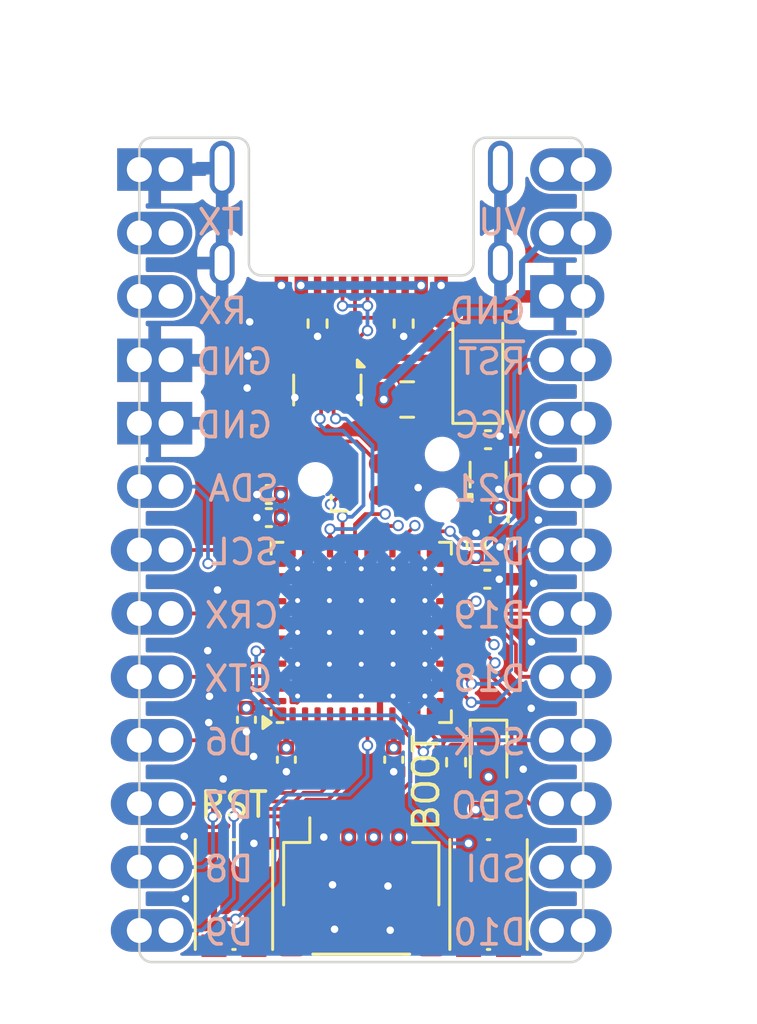
<source format=kicad_pcb>
(kicad_pcb (version 20241229) (generator "pcbnew") (generator_version "9.0")
  (layers (0 "F.Cu" signal) (4 "In1.Cu" signal) (6 "In2.Cu" signal) (8 "In3.Cu" signal) (10 "In4.Cu" signal) (12 "In5.Cu" signal) (14 "In6.Cu" signal) (2 "B.Cu" signal) (13 "F.Paste" user) (15 "B.Paste" user) (5 "F.SilkS" user "F.Silkscreen") (7 "B.SilkS" user "B.Silkscreen") (1 "F.Mask" user) (3 "B.Mask" user) (25 "Edge.Cuts" user))
  (net 0 "")
  (net 1 "GND")
  (net 2 "/USB_D+")
  (net 4 "/USB_D-")
  (net 6 "/D9")
  (net 7 "/D14{slash}MISO")
  (net 8 "/D18")
  (net 9 "/D19")
  (net 10 "/D1{slash}TX")
  (net 11 "/D16{slash}MOSI")
  (net 12 "/D15{slash}SCLK")
  (net 13 "/D10")
  (net 14 "/D0{slash}RX")
  (net 15 "/D6")
  (net 16 "/~{RST}")
  (net 17 "VBUS")
  (net 18 "/D8")
  (net 19 "/D3{slash}SCL")
  (net 20 "/D2{slash}SDA")
  (net 21 "/D7")
  (net 22 "/SWDIO")
  (net 23 "/SWCLK")
  (net 33 "Net-(J3-CC1)")
  (net 34 "Net-(J3-CC2)")
  (net 35 "Net-(D2-A)")
  (net 38 "/USB_DP")
  (net 39 "+3.3V")
  (net 40 "/BOOT0")
  (net 41 "Net-(D1-K)")
  (net 42 "/SCL_QWIIC")
  (net 43 "/SDA_QWIIC")
  (net 45 "Net-(U1-VCAP)")
  (net 46 "/LED")
  (net 47 "Net-(D2-K)")
  (net 48 "Net-(R4-Pad2)")
  (net 51 "/USB_DN")
  (net 53 "/D4{slash}CAN_RX")
  (net 55 "/D5{slash}CAN_TX")
  (net 56 "/D20")
  (net 57 "/D21")
  (footprint "Connector_JST:JST_SH_SM04B-SRSS-TB_1x04-1MP_P1.00mm_Horizontal" (layer "F.Cu") (at 148.5 118.5)
    (property "Reference" "J2" (hide yes))
    (property "Value" "Conn_01x04_MountingPin")
  )
  (footprint "Resistor_SMD:R_0402_1005Metric" (layer "F.Cu") (at 152.3 113.5 -90)
    (property "Reference" "R3" (hide yes))
    (property "Value" "220R")
  )
  (footprint "Capacitor_SMD:C_0402_1005Metric" (layer "F.Cu") (at 153.55 106.17)
    (property "Reference" "C7" (hide yes))
    (property "Value" "4.7uF")
  )
  (footprint "Resistor_SMD:R_0402_1005Metric" (layer "F.Cu") (at 146.75 95.93 -90)
    (property "Reference" "R2" (hide yes))
    (property "Value" "5.1kR")
  )
  (footprint "Fuse:Fuse_0805_2012Metric" (layer "F.Cu") (at 150.34 98.97 180)
    (property "Reference" "F1" (hide yes))
    (property "Value" "Polyfuse_Small")
  )
  (footprint "Capacitor_SMD:C_0402_1005Metric" (layer "F.Cu") (at 143.9 111.8 -90)
    (property "Reference" "C6" (hide yes))
    (property "Value" "100nF")
  )
  (footprint "ProMicro:USB_C_Receptacle_Jing_918-418K2024S40000" (layer "F.Cu") (at 148.50485 94.00375)
    (property "Reference" "J3" (hide yes))
    (property "Value" "USB_C_Receptacle_USB2.0_16P")
  )
  (footprint "Button_Switch_SMD:SW_Push_1P1T_NO_CK_KMR2" (layer "F.Cu") (at 153.6 118.8 90)
    (property "Reference" "SW1" (hide yes))
    (property "Value" "SW_Push")
  )
  (footprint "Capacitor_SMD:C_0402_1005Metric" (layer "F.Cu") (at 144.8 103.7 180)
    (property "Reference" "C5" (hide yes))
    (property "Value" "100nF")
  )
  (footprint "Capacitor_SMD:C_0402_1005Metric" (layer "F.Cu") (at 145.5 113.4 -90)
    (property "Reference" "C8" (hide yes))
    (property "Value" "100nF")
  )
  (footprint "Capacitor_SMD:C_0402_1005Metric" (layer "F.Cu") (at 144.8 102.775 180)
    (property "Reference" "C9" (hide yes))
    (property "Value" "10uF")
  )
  (footprint "ProMicro:Connector_Pro_Micro_Castellated" (layer "F.Cu") (at 148.5 105)
    (property "Reference" "J102" (hide yes))
    (property "Value" "Conn_02x13_Top_Bottom")
  )
  (footprint "Connector:Tag-Connect_TC2030-IDC-NL_2x03_P1.27mm_Vertical" (layer "F.Cu") (at 149.2 102.175)
    (property "Reference" "J1" (hide yes))
    (property "Value" "Conn_ARM_SWD_TagConnect_TC2030-NL")
  )
  (footprint "Capacitor_SMD:C_0402_1005Metric" (layer "F.Cu") (at 153.1 104.8 90)
    (property "Reference" "C4" (hide yes))
    (property "Value" "100nF")
  )
  (footprint "Package_DFN_QFN:QFN-48-1EP_7x7mm_P0.5mm_EP5.6x5.6mm_ThermalVias" (layer "F.Cu") (at 148.5 108.3 90)
    (property "Reference" "U1" (hide yes))
    (property "Value" "STM32U585CIUx")
  )
  (footprint "Button_Switch_SMD:SW_Push_1P1T_NO_CK_KMR2" (layer "F.Cu") (at 143.4 118.8 90)
    (property "Reference" "SW2" (hide yes))
    (property "Value" "SW_Push")
  )
  (footprint "Resistor_SMD:R_0402_1005Metric" (layer "F.Cu") (at 153.6 115.4)
    (property "Reference" "R4" (hide yes))
    (property "Value" "5.1kR")
  )
  (footprint "Package_DFN_QFN:OnSemi_XDFN4-1EP_1.0x1.0mm_EP0.52x0.52mm" (layer "F.Cu") (at 153.58 101.98 90)
    (property "Reference" "U2" (hide yes))
    (property "Value" "NCP115AMX250TCG")
  )
  (footprint "Capacitor_SMD:C_0402_1005Metric" (layer "F.Cu") (at 149.8 113.4 -90)
    (property "Reference" "C3" (hide yes))
    (property "Value" "100nF")
  )
  (footprint "hlord2000-Package_DFN_QFN:ST_UQFN-8L_1.2x2.5mm_P0.5mm" (layer "F.Cu") (at 147.1425 98.59 -90)
    (property "Reference" "U4" (hide yes))
    (property "Value" "ECMF02-4CMX8")
  )
  (footprint "Capacitor_SMD:C_0402_1005Metric" (layer "F.Cu") (at 154.03 103.77 -90)
    (property "Reference" "C2" (hide yes))
    (property "Value" "1uF")
  )
  (footprint "Resistor_SMD:R_0402_1005Metric" (layer "F.Cu") (at 150.2 95.93 -90)
    (property "Reference" "R1" (hide yes))
    (property "Value" "5.1kR")
  )
  (footprint "Capacitor_SMD:C_0402_1005Metric" (layer "F.Cu") (at 153.58 100.58)
    (property "Reference" "C1" (hide yes))
    (property "Value" "1uF")
  )
  (footprint "LED_SMD:LED_0603_1608Metric" (layer "F.Cu") (at 153.6 113.3 -90)
    (property "Reference" "D1" (hide yes))
    (property "Value" "LED_Small")
  )
  (footprint "Diode_SMD:D_SOD-123" (layer "F.Cu") (at 153.17 97.567501 90)
    (property "Reference" "D2" (hide yes))
    (property "Value" "D_Small")
  )
  (gr_arc (start 153 88.985) (mid 153.146447 88.631447) (end 153.5 88.485) (stroke (width 0.1)) (layer "Edge.Cuts"))
  (gr_arc (start 144.5 94) (mid 144.146447 93.853553) (end 144 93.5) (stroke (width 0.1)) (layer "Edge.Cuts"))
  (gr_arc (start 156.89 88.485) (mid 157.243553 88.631447) (end 157.39 88.985) (stroke (width 0.1)) (layer "Edge.Cuts"))
  (gr_arc (start 153 93.5) (mid 152.853553 93.853553) (end 152.5 94) (stroke (width 0.1)) (layer "Edge.Cuts"))
  (gr_arc (start 157.39 121.005) (mid 157.243553 121.358553) (end 156.89 121.505) (stroke (width 0.1)) (layer "Edge.Cuts"))
  (gr_arc (start 143.5 88.485) (mid 143.853553 88.631447) (end 144 88.985) (stroke (width 0.1)) (layer "Edge.Cuts"))
  (gr_line (start 144.5 94) (end 152.5 94) (stroke (width 0.1)) (layer "Edge.Cuts"))
  (gr_line (start 153.5 88.485) (end 156.89 88.485) (stroke (width 0.1)) (layer "Edge.Cuts"))
  (gr_line (start 144 88.985) (end 144 93.5) (stroke (width 0.1)) (layer "Edge.Cuts"))
  (gr_line (start 157.39 88.985) (end 157.39 121.005) (stroke (width 0.1)) (layer "Edge.Cuts"))
  (gr_arc (start 139.61 88.985) (mid 139.756447 88.631447) (end 140.11 88.485) (stroke (width 0.1)) (layer "Edge.Cuts"))
  (gr_arc (start 140.11 121.505) (mid 139.756447 121.358553) (end 139.61 121.005) (stroke (width 0.1)) (layer "Edge.Cuts"))
  (gr_line (start 139.61 88.985) (end 139.61 121.005) (stroke (width 0.1)) (layer "Edge.Cuts"))
  (gr_line (start 140.11 88.485) (end 143.5 88.485) (stroke (width 0.1)) (layer "Edge.Cuts"))
  (gr_line (start 156.89 121.505) (end 140.11 121.505) (stroke (width 0.1)) (layer "Edge.Cuts"))
  (gr_line (start 153 93.5) (end 153 88.985) (stroke (width 0.1)) (layer "Edge.Cuts"))
  (gr_text "RST" (at 143.4 115.2 0) (layer "F.SilkS") (effects (font (size 1 1))))
  (gr_text "BOOT" (at 151.1 114.3 90) (layer "F.SilkS") (effects (font (size 1 1))))
  (gr_text "D6" (at 144.272 113.284 0) (layer "B.SilkS") (effects (font (size 1 1)) (justify left bottom mirror)))
  (gr_text "SDA" (at 145.288 103.124 0) (layer "B.SilkS") (effects (font (size 1 1)) (justify left bottom mirror)))
  (gr_text "D7" (at 144.272 115.824 0) (layer "B.SilkS") (effects (font (size 1 1)) (justify left bottom mirror)))
  (gr_text "SCL" (at 145.288 105.664 0) (layer "B.SilkS") (effects (font (size 1 1)) (justify left bottom mirror)))
  (gr_text "GND" (at 145.034 100.584 0) (layer "B.SilkS") (effects (font (size 1 1)) (justify left bottom mirror)))
  (gr_text "D10" (at 155.194 120.904 0) (layer "B.SilkS") (effects (font (size 1 1)) (justify left bottom mirror)))
  (gr_text "CTX" (at 145.034 110.744 0) (layer "B.SilkS") (effects (font (size 1 1)) (justify left bottom mirror)))
  (gr_text "TX" (at 143.764 92.456 0) (layer "B.SilkS") (effects (font (size 1 1)) (justify left bottom mirror)))
  (gr_text "SDI" (at 155.194 118.364 0) (layer "B.SilkS") (effects (font (size 1 1)) (justify left bottom mirror)))
  (gr_text "CRX" (at 145.288 108.204 0) (layer "B.SilkS") (effects (font (size 1 1)) (justify left bottom mirror)))
  (gr_text "D18" (at 155.194 110.744 0) (layer "B.SilkS") (effects (font (size 1 1)) (justify left bottom mirror)))
  (gr_text "D8" (at 144.272 118.364 0) (layer "B.SilkS") (effects (font (size 1 1)) (justify left bottom mirror)))
  (gr_text "~{RST}" (at 155.194 98.044 0) (layer "B.SilkS") (effects (font (size 1 1)) (justify left bottom mirror)))
  (gr_text "D21" (at 155.194 103.124 0) (layer "B.SilkS") (effects (font (size 1 1)) (justify left bottom mirror)))
  (gr_text "D20" (at 155.194 105.664 0) (layer "B.SilkS") (effects (font (size 1 1)) (justify left bottom mirror)))
  (gr_text "GND" (at 155.194 96.012 0) (layer "B.SilkS") (effects (font (size 1 1)) (justify left bottom mirror)))
  (gr_text "D19" (at 155.194 108.204 0) (layer "B.SilkS") (effects (font (size 1 1)) (justify left bottom mirror)))
  (gr_text "SCK" (at 155.194 113.284 0) (layer "B.SilkS") (effects (font (size 1 1)) (justify left bottom mirror)))
  (gr_text "GND" (at 145.034 98.044 0) (layer "B.SilkS") (effects (font (size 1 1)) (justify left bottom mirror)))
  (gr_text "VCC" (at 155.194 100.584 0) (layer "B.SilkS") (effects (font (size 1 1)) (justify left bottom mirror)))
  (gr_text "SDO" (at 155.194 115.824 0) (layer "B.SilkS") (effects (font (size 1 1)) (justify left bottom mirror)))
  (gr_text "VU" (at 155.194 92.456 0) (layer "B.SilkS") (effects (font (size 1 1)) (justify left bottom mirror)))
  (gr_text "RX" (at 144.018 96.012 0) (layer "B.SilkS") (effects (font (size 1 1)) (justify left bottom mirror)))
  (gr_text "D9" (at 144.272 120.904 0) (layer "B.SilkS") (effects (font (size 1 1)) (justify left bottom mirror)))
  (segment (start 151.9375 106.05) (end 150.75 106.05) (width 0.25) (layer "F.Cu") (net 1))
  (segment (start 153.905 102.465) (end 154.01 102.57) (width 0.25) (layer "F.Cu") (net 1))
  (segment (start 147.9925 98.89) (end 148.43 98.89) (width 0.25) (layer "F.Cu") (net 1))
  (segment (start 150.47 102.810001) (end 150.78 102.5) (width 0.15) (layer "F.Cu") (net 1))
  (segment (start 153.58 101.98) (end 153.58 102.14) (width 0.25) (layer "F.Cu") (net 1))
  (segment (start 144.2 116.75) (end 144.2 120.85) (width 0.25) (layer "F.Cu") (net 1))
  (segment (start 145.0625 110.55) (end 146.25 110.55) (width 0.25) (layer "F.Cu") (net 1))
  (segment (start 146.25 106.05) (end 148.5 108.3) (width 0.25) (layer "F.Cu") (net 1))
  (segment (start 149.25 109.05) (end 148.5 108.3) (width 0.25) (layer "F.Cu") (net 1))
  (segment (start 146.25 110.55) (end 148.5 108.3) (width 0.25) (layer "F.Cu") (net 1))
  (segment (start 154.03 104.25) (end 154.03 104.850071) (width 0.25) (layer "F.Cu") (net 1))
  (segment (start 154.03 104.850071) (end 154.058001 104.878072) (width 0.25) (layer "F.Cu") (net 1))
  (segment (start 153.58 102.14) (end 154.01 102.57) (width 0.25) (layer "F.Cu") (net 1))
  (segment (start 149.25 111.7375) (end 149.25 109.05) (width 0.25) (layer "F.Cu") (net 1))
  (segment (start 146.2925 98.89) (end 145.84 98.89) (width 0.25) (layer "F.Cu") (net 1))
  (segment (start 150.75 106.05) (end 148.5 108.3) (width 0.25) (layer "F.Cu") (net 1))
  (segment (start 146.25 104.8625) (end 146.25 106.05) (width 0.25) (layer "F.Cu") (net 1))
  (via (at 147.35 118.41) (size 0.45) (drill 0.3) (layers "F.Cu" "B.Cu") (net 1))
  (via (at 144.2 116.75) (size 0.45) (drill 0.3) (layers "F.Cu" "B.Cu") (net 1))
  (via (at 148.43 98.89) (size 0.45) (drill 0.3) (layers "F.Cu" "B.Cu") (net 1))
  (via (at 155.41 106.33) (size 0.45) (drill 0.3) (layers "F.Cu" "B.Cu") (net 1))
  (via (at 147 116.5) (size 0.45) (drill 0.3) (layers "F.Cu" "B.Cu") (net 1))
  (via (at 155.32 108.68) (size 0.45) (drill 0.3) (layers "F.Cu" "B.Cu") (net 1))
  (via (at 142.35 109.03) (size 0.45) (drill 0.3) (layers "F.Cu" "B.Cu") (net 1))
  (via (at 143.96 97.23) (size 0.45) (drill 0.3) (layers "F.Cu" "B.Cu") (net 1))
  (via (at 145.29985 94.40375) (size 0.45) (drill 0.3) (layers "F.Cu" "B.Cu") (net 1))
  (via (at 150.78 102.5) (size 0.45) (drill 0.3) (layers "F.Cu" "B.Cu") (net 1))
  (via (at 141.41 116.47) (size 0.45) (drill 0.3) (layers "F.Cu" "B.Cu") (net 1))
  (via (at 154.99 113.78) (size 0.45) (drill 0.3) (layers "F.Cu" "B.Cu") (net 1))
  (via (at 142.97 114.17) (size 0.45) (drill 0.3) (layers "F.Cu" "B.Cu") (net 1))
  (via (at 146.75 96.440001) (size 0.45) (drill 0.3) (layers "F.Cu" "B.Cu") (net 1))
  (via (at 142.74 106.6) (size 0.45) (drill 0.3) (layers "F.Cu" "B.Cu") (net 1))
  (via (at 149.8 113.88) (size 0.45) (drill 0.3) (layers "F.Cu" "B.Cu") (net 1))
  (via (at 144.19 113.27) (size 0.45) (drill 0.3) (layers "F.Cu" "B.Cu") (net 1))
  (via (at 155.6 103.8) (size 0.45) (drill 0.3) (layers "F.Cu" "B.Cu") (net 1))
  (via (at 143.93 98.51) (size 0.45) (drill 0.3) (layers "F.Cu" "B.Cu") (net 1))
  (via (at 155.6 101.2) (size 0.45) (drill 0.3) (layers "F.Cu" "B.Cu") (net 1))
  (via (at 145.5 113.88) (size 0.45) (drill 0.3) (layers "F.Cu" "B.Cu") (net 1))
  (via (at 154.06 100.44) (size 0.45) (drill 0.3) (layers "F.Cu" "B.Cu") (net 1))
  (via (at 149.57 118.46) (size 0.45) (drill 0.3) (layers "F.Cu" "B.Cu") (net 1))
  (via (at 144.03 95.86) (size 0.45) (drill 0.3) (layers "F.Cu" "B.Cu") (net 1))
  (via (at 151.69985 94.40375) (size 0.45) (drill 0.3) (layers "F.Cu" "B.Cu") (net 1))
  (via (at 150.2 96.440001) (size 0.45) (drill 0.3) (layers "F.Cu" "B.Cu") (net 1))
  (via (at 155.31 111.34) (size 0.45) (drill 0.3) (layers "F.Cu" "B.Cu") (net 1))
  (via (at 144.32 103.7) (size 0.45) (drill 0.3) (layers "F.Cu" "B.Cu") (net 1))
  (via (at 144.32 102.775) (size 0.45) (drill 0.3) (layers "F.Cu" "B.Cu") (net 1))
  (via (at 154.03 106.17) (size 0.45) (drill 0.3) (layers "F.Cu" "B.Cu") (net 1))
  (via (at 149.66 120.23) (size 0.45) (drill 0.3) (layers "F.Cu" "B.Cu") (net 1))
  (via (at 147.43 120.19) (size 0.45) (drill 0.3) (layers "F.Cu" "B.Cu") (net 1))
  (via (at 154.01 102.57) (size 0.5) (drill 0.3) (layers "F.Cu" "B.Cu") (net 1))
  (via (at 141.46 118.97) (size 0.45) (drill 0.3) (layers "F.Cu" "B.Cu") (net 1))
  (via (at 145.84 98.89) (size 0.45) (drill 0.3) (layers "F.Cu" "B.Cu") (net 1))
  (via (at 142.39 111.91) (size 0.45) (drill 0.3) (layers "F.Cu" "B.Cu") (net 1))
  (via (at 153.1 104.32) (size 0.45) (drill 0.3) (layers "F.Cu" "B.Cu") (net 1))
  (via (at 142.42 110.86) (size 0.45) (drill 0.3) (layers "F.Cu" "B.Cu") (net 1))
  (via (at 154.058001 104.878072) (size 0.5) (drill 0.3) (layers "F.Cu" "B.Cu") (net 1))
  (via (at 143.9 112.28) (size 0.45) (drill 0.3) (layers "F.Cu" "B.Cu") (net 1))
  (segment (start 148.74985 95.21985) (end 148.75 95.22) (width 0.15) (layer "F.Cu") (net 2))
  (segment (start 147.5 97.41) (end 148.7 96.21) (width 0.15) (layer "F.Cu") (net 2))
  (segment (start 147.74985 95.21985) (end 147.75 95.22) (width 0.15) (layer "F.Cu") (net 2))
  (segment (start 148.7 96.21) (end 148.75 96.21) (width 0.15) (layer "F.Cu") (net 2))
  (segment (start 147.74985 94.40375) (end 147.74985 95.21985) (width 0.15) (layer "F.Cu") (net 2))
  (segment (start 148.74985 94.40375) (end 148.74985 95.21985) (width 0.15) (layer "F.Cu") (net 2))
  (segment (start 147.392498 97.517502) (end 147.5 97.41) (width 0.15) (layer "F.Cu") (net 2))
  (segment (start 147.392498 98.09) (end 147.392498 97.517502) (width 0.15) (layer "F.Cu") (net 2))
  (via (at 148.75 95.22) (size 0.45) (drill 0.3) (layers "F.Cu" "B.Cu") (net 2))
  (via (at 148.75 96.21) (size 0.45) (drill 0.3) (layers "F.Cu" "B.Cu") (net 2))
  (via (at 147.75 95.22) (size 0.45) (drill 0.3) (layers "F.Cu" "B.Cu") (net 2))
  (segment (start 148.75 96.21) (end 148.75 95.22) (width 0.15) (layer "B.Cu") (net 2))
  (segment (start 147.75 95.22) (end 148.75 95.22) (width 0.15) (layer "B.Cu") (net 2))
  (segment (start 149.24985 95.48015) (end 149.24985 94.40375) (width 0.15) (layer "F.Cu") (net 4))
  (segment (start 146.8925 97.3575) (end 146.8925 98.09) (width 0.15) (layer "F.Cu") (net 4))
  (segment (start 148.24985 95.48985) (end 148.24985 96.00015) (width 0.15) (layer "F.Cu") (net 4))
  (segment (start 148.24985 95.48985) (end 148.456 95.696) (width 0.15) (layer "F.Cu") (net 4))
  (segment (start 148.456 95.696) (end 149.034 95.696) (width 0.15) (layer "F.Cu") (net 4))
  (segment (start 148.24985 96.00015) (end 146.8925 97.3575) (width 0.15) (layer "F.Cu") (net 4))
  (segment (start 149.034 95.696) (end 149.24985 95.48015) (width 0.15) (layer "F.Cu") (net 4))
  (segment (start 148.24985 94.40375) (end 148.24985 95.48985) (width 0.15) (layer "F.Cu") (net 4))
  (segment (start 150.47 114.29) (end 149.41 115.35) (width 0.15) (layer "F.Cu") (net 6))
  (segment (start 150.25 111.7375) (end 150.25 112.29) (width 0.15) (layer "F.Cu") (net 6))
  (segment (start 150.47 112.51) (end 150.47 114.29) (width 0.15) (layer "F.Cu") (net 6))
  (segment (start 146.1 115.67) (end 143.4 115.67) (width 0.15) (layer "F.Cu") (net 6))
  (segment (start 146.42 115.35) (end 146.1 115.67) (width 0.15) (layer "F.Cu") (net 6))
  (segment (start 150.25 112.29) (end 150.47 112.51) (width 0.15) (layer "F.Cu") (net 6))
  (segment (start 149.41 115.35) (end 146.42 115.35) (width 0.15) (layer "F.Cu") (net 6))
  (via (at 143.4 115.67) (size 0.45) (drill 0.3) (layers "F.Cu" "B.Cu") (net 6))
  (segment (start 143.4 118.95) (end 142.11 120.24) (width 0.15) (layer "B.Cu") (net 6))
  (segment (start 143.4 115.67) (end 143.4 118.95) (width 0.15) (layer "B.Cu") (net 6))
  (segment (start 142.11 120.24) (end 140.88 120.24) (width 0.15) (layer "B.Cu") (net 6))
  (segment (start 151.9375 109.55) (end 153.21 109.55) (width 0.15) (layer "F.Cu") (net 7))
  (segment (start 154.52 114.44) (end 155.24 115.16) (width 0.15) (layer "F.Cu") (net 7))
  (segment (start 154.52 110.86) (end 154.52 114.44) (width 0.15) (layer "F.Cu") (net 7))
  (segment (start 155.24 115.16) (end 156.12 115.16) (width 0.15) (layer "F.Cu") (net 7))
  (segment (start 153.21 109.55) (end 154.52 110.86) (width 0.15) (layer "F.Cu") (net 7))
  (segment (start 151.9375 108.05) (end 153.96 108.05) (width 0.15) (layer "F.Cu") (net 8))
  (segment (start 154.7 108.79) (end 154.7 109.86) (width 0.15) (layer "F.Cu") (net 8))
  (segment (start 154.7 109.86) (end 154.92 110.08) (width 0.15) (layer "F.Cu") (net 8))
  (segment (start 154.92 110.08) (end 156.12 110.08) (width 0.15) (layer "F.Cu") (net 8))
  (segment (start 153.96 108.05) (end 154.7 108.79) (width 0.15) (layer "F.Cu") (net 8))
  (segment (start 151.9375 107.55) (end 156.11 107.55) (width 0.15) (layer "F.Cu") (net 9))
  (segment (start 156.11 107.55) (end 156.12 107.54) (width 0.15) (layer "F.Cu") (net 9))
  (segment (start 149.96 104.04) (end 148.95 104.04) (width 0.15) (layer "F.Cu") (net 10))
  (segment (start 148.75 104.24) (end 148.75 104.8625) (width 0.15) (layer "F.Cu") (net 10))
  (segment (start 148.95 104.04) (end 148.75 104.24) (width 0.15) (layer "F.Cu") (net 10))
  (segment (start 149.98 104.02) (end 149.96 104.04) (width 0.15) (layer "F.Cu") (net 10))
  (via (at 149.98 104.02) (size 0.45) (drill 0.3) (layers "F.Cu" "B.Cu") (net 10))
  (segment (start 151.9375 109.05) (end 153.39 109.05) (width 0.15) (layer "F.Cu") (net 11))
  (segment (start 153.39 109.05) (end 153.86 109.52) (width 0.15) (layer "F.Cu") (net 11))
  (via (at 153.86 109.52) (size 0.45) (drill 0.3) (layers "F.Cu" "B.Cu") (net 11))
  (segment (start 150.75 112.84) (end 150.99 113.08) (width 0.15) (layer "F.Cu") (net 12))
  (segment (start 150.75 111.7375) (end 150.75 112.84) (width 0.15) (layer "F.Cu") (net 12))
  (via (at 150.99 113.08) (size 0.45) (drill 0.3) (layers "F.Cu" "B.Cu") (net 12))
  (segment (start 150.99 113.08) (end 151.45 112.62) (width 0.15) (layer "B.Cu") (net 12))
  (segment (start 151.45 112.62) (end 156.12 112.62) (width 0.15) (layer "B.Cu") (net 12))
  (segment (start 153.58 108.55) (end 153.82 108.79) (width 0.15) (layer "F.Cu") (net 13))
  (segment (start 151.9375 108.55) (end 153.58 108.55) (width 0.15) (layer "F.Cu") (net 13))
  (via (at 153.82 108.79) (size 0.45) (drill 0.3) (layers "F.Cu" "B.Cu") (net 13))
  (segment (start 148.25 104.8625) (end 148.25 103.97) (width 0.15) (layer "F.Cu") (net 14))
  (segment (start 148.25 103.97) (end 148.4 103.82) (width 0.15) (layer "F.Cu") (net 14))
  (segment (start 148.66 103.56) (end 149.46 103.56) (width 0.15) (layer "F.Cu") (net 14))
  (segment (start 148.4 103.82) (end 148.66 103.56) (width 0.15) (layer "F.Cu") (net 14))
  (via (at 149.46 103.56) (size 0.45) (drill 0.3) (layers "F.Cu" "B.Cu") (net 14))
  (segment (start 142.5 112.62) (end 144.61 114.73) (width 0.15) (layer "F.Cu") (net 15))
  (segment (start 144.61 114.73) (end 145.71 114.73) (width 0.15) (layer "F.Cu") (net 15))
  (segment (start 145.71 114.73) (end 146.05 114.39) (width 0.15) (layer "F.Cu") (net 15))
  (segment (start 147.25 113.8) (end 147.25 111.7375) (width 0.15) (layer "F.Cu") (net 15))
  (segment (start 146.66 114.39) (end 147.25 113.8) (width 0.15) (layer "F.Cu") (net 15))
  (segment (start 140.88 112.62) (end 142.5 112.62) (width 0.15) (layer "F.Cu") (net 15))
  (segment (start 146.05 114.39) (end 146.66 114.39) (width 0.15) (layer "F.Cu") (net 15))
  (segment (start 142.6 119.62) (end 142.6 119.79) (width 0.25) (layer "F.Cu") (net 16))
  (segment (start 142.6 119.79) (end 142.6 119.9) (width 0.25) (layer "F.Cu") (net 16))
  (segment (start 142.78 119.79) (end 142.77 119.79) (width 0.15) (layer "F.Cu") (net 16))
  (segment (start 151.58 104.25) (end 152.06 104.25) (width 0.15) (layer "F.Cu") (net 16))
  (segment (start 150.46 103.53) (end 150.86 103.53) (width 0.15) (layer "F.Cu") (net 16))
  (segment (start 142.78 119.79) (end 142.6 119.79) (width 0.15) (layer "F.Cu") (net 16))
  (segment (start 151.31 103.98) (end 151.58 104.25) (width 0.15) (layer "F.Cu") (net 16))
  (segment (start 142.67 119.9) (end 142.78 119.79) (width 0.15) (layer "F.Cu") (net 16))
  (segment (start 149.916583 103.343417) (end 150.103166 103.53) (width 0.15) (layer "F.Cu") (net 16))
  (segment (start 150.103166 103.53) (end 150.46 103.53) (width 0.15) (layer "F.Cu") (net 16))
  (segment (start 149.383166 102.81) (end 149.916583 103.343417) (width 0.15) (layer "F.Cu") (net 16))
  (segment (start 150.86 103.53) (end 151.31 103.98) (width 0.15) (layer "F.Cu") (net 16))
  (segment (start 143.47 119.79) (end 142.78 119.79) (width 0.15) (layer "F.Cu") (net 16))
  (segment (start 142.6 119.9) (end 142.67 119.9) (width 0.15) (layer "F.Cu") (net 16))
  (segment (start 149.2 102.81) (end 149.383166 102.81) (width 0.15) (layer "F.Cu") (net 16))
  (segment (start 142.6 119.9) (end 142.6 120.85) (width 0.25) (layer "F.Cu") (net 16))
  (segment (start 148.75 111.7375) (end 148.75 112.83) (width 0.15) (layer "F.Cu") (net 16))
  (segment (start 142.6 116.75) (end 142.6 119.62) (width 0.25) (layer "F.Cu") (net 16))
  (segment (start 142.77 119.79) (end 142.6 119.62) (width 0.15) (layer "F.Cu") (net 16))
  (via (at 148.75 112.83) (size 0.45) (drill 0.3) (layers "F.Cu" "B.Cu") (net 16))
  (via (at 143.47 119.79) (size 0.45) (drill 0.3) (layers "F.Cu" "B.Cu") (net 16))
  (via (at 152.06 104.25) (size 0.45) (drill 0.3) (layers "F.Cu" "B.Cu") (net 16))
  (segment (start 152.06 104.25) (end 152.606 104.796) (width 0.15) (layer "B.Cu") (net 16))
  (segment (start 154.63 103.666848) (end 154.63 97.92) (width 0.15) (layer "B.Cu") (net 16))
  (segment (start 145.53 114.8) (end 145.08 115.25) (width 0.15) (layer "B.Cu") (net 16))
  (segment (start 145.08 115.25) (end 145.02 115.31) (width 0.15) (layer "B.Cu") (net 16))
  (segment (start 152.606 104.796) (end 153.500848 104.796) (width 0.15) (layer "B.Cu") (net 16))
  (segment (start 145.02 115.31) (end 145.02 118.03) (width 0.15) (layer "B.Cu") (net 16))
  (segment (start 148.75 114.07) (end 148.17 114.65) (width 0.15) (layer "B.Cu") (net 16))
  (segment (start 148.02 114.8) (end 146.12 114.8) (width 0.15) (layer "B.Cu") (net 16))
  (segment (start 145.02 118.24) (end 143.47 119.79) (width 0.15) (layer "B.Cu") (net 16))
  (segment (start 146.12 114.8) (end 145.53 114.8) (width 0.15) (layer "B.Cu") (net 16))
  (segment (start 148.17 114.65) (end 148.02 114.8) (width 0.15) (layer "B.Cu") (net 16))
  (segment (start 148.75 112.83) (end 148.75 114.07) (width 0.15) (layer "B.Cu") (net 16))
  (segment (start 155.17 97.38) (end 156.12 97.38) (width 0.15) (layer "B.Cu") (net 16))
  (segment (start 154.63 97.92) (end 155.17 97.38) (width 0.15) (layer "B.Cu") (net 16))
  (segment (start 145.02 118.03) (end 145.02 118.24) (width 0.15) (layer "B.Cu") (net 16))
  (segment (start 153.500848 104.796) (end 154.63 103.666848) (width 0.15) (layer "B.Cu") (net 16))
  (segment (start 152.96 100.58) (end 153.1 100.44) (width 0.35) (layer "F.Cu") (net 17))
  (segment (start 153.1 101.2) (end 153.245635 101.345635) (width 0.25) (layer "F.Cu") (net 17))
  (segment (start 149.402499 99.882499) (end 149.6 100.08) (width 0.35) (layer "F.Cu") (net 17))
  (segment (start 149.6 100.08) (end 152.1 100.08) (width 0.35) (layer "F.Cu") (net 17))
  (segment (start 153.1 101.1) (end 153.73 101.1) (width 0.15) (layer "F.Cu") (net 17))
  (segment (start 152.6 100.58) (end 152.96 100.58) (width 0.35) (layer "F.Cu") (net 17))
  (segment (start 153.73 101.1) (end 153.905 101.275) (width 0.15) (layer "F.Cu") (net 17))
  (segment (start 153.1 101.1) (end 153.1 101.2) (width 0.25) (layer "F.Cu") (net 17))
  (segment (start 153.905 101.275) (end 153.905 101.495) (width 0.15) (layer "F.Cu") (net 17))
  (segment (start 149.402499 98.97) (end 149.402499 99.882499) (width 0.35) (layer "F.Cu") (net 17))
  (segment (start 153.1 100.86) (end 153.1 100.98) (width 0.25) (layer "F.Cu") (net 17))
  (segment (start 153.1 100.44) (end 153.1 100.86) (width 0.25) (layer "F.Cu") (net 17))
  (segment (start 152.1 100.08) (end 152.6 100.58) (width 0.35) (layer "F.Cu") (net 17))
  (segment (start 153.1 100.98) (end 153.1 101.1) (width 0.25) (layer "F.Cu") (net 17))
  (via (at 149.402499 98.97) (size 0.45) (drill 0.3) (layers "F.Cu" "B.Cu") (net 17))
  (segment (start 149.402499 98.97) (end 149.402499 98.517501) (width 0.35) (layer "B.Cu") (net 17))
  (segment (start 154.19 95.45) (end 154.944 94.696) (width 0.25) (layer "B.Cu") (net 17))
  (segment (start 152.47 95.45) (end 154.19 95.45) (width 0.35) (layer "B.Cu") (net 17))
  (segment (start 154.944 94.696) (end 154.944 93.476) (width 0.25) (layer "B.Cu") (net 17))
  (segment (start 149.402499 98.517501) (end 152.47 95.45) (width 0.35) (layer "B.Cu") (net 17))
  (segment (start 154.944 93.476) (end 156.12 92.3) (width 0.25) (layer "B.Cu") (net 17))
  (segment (start 143.597166 115.194) (end 143.773166 115.37) (width 0.15) (layer "F.Cu") (net 18))
  (segment (start 142.726 115.194) (end 143.597166 115.194) (width 0.15) (layer "F.Cu") (net 18))
  (segment (start 146.3 115) (end 147.18 115) (width 0.15) (layer "F.Cu") (net 18))
  (segment (start 142.56 115.69) (end 142.56 115.36) (width 0.15) (layer "F.Cu") (net 18))
  (segment (start 142.56 115.36) (end 142.726 115.194) (width 0.15) (layer "F.Cu") (net 18))
  (segment (start 147.18 115) (end 148.25 113.93) (width 0.15) (layer "F.Cu") (net 18))
  (segment (start 143.773166 115.37) (end 145.93 115.37) (width 0.15) (layer "F.Cu") (net 18))
  (segment (start 148.25 113.93) (end 148.25 111.7375) (width 0.15) (layer "F.Cu") (net 18))
  (segment (start 145.93 115.37) (end 146.3 115) (width 0.15) (layer "F.Cu") (net 18))
  (via (at 142.56 115.69) (size 0.45) (drill 0.3) (layers "F.Cu" "B.Cu") (net 18))
  (segment (start 142.16 117.7) (end 142.56 117.3) (width 0.15) (layer "B.Cu") (net 18))
  (segment (start 140.88 117.7) (end 142.16 117.7) (width 0.15) (layer "B.Cu") (net 18))
  (segment (start 142.56 117.3) (end 142.56 115.69) (width 0.15) (layer "B.Cu") (net 18))
  (segment (start 144.04 106.14) (end 142.9 105) (width 0.15) (layer "F.Cu") (net 19))
  (segment (start 142.9 105) (end 140.88 105) (width 0.15) (layer "F.Cu") (net 19))
  (segment (start 144.04 107.73) (end 144.04 106.14) (width 0.15) (layer "F.Cu") (net 19))
  (segment (start 145.0625 108.05) (end 144.36 108.05) (width 0.15) (layer "F.Cu") (net 19))
  (segment (start 144.36 108.05) (end 144.04 107.73) (width 0.15) (layer "F.Cu") (net 19))
  (segment (start 145.0625 108.55) (end 144.25 108.55) (width 0.15) (layer "F.Cu") (net 20))
  (segment (start 143.68 107.15) (end 143.68 106.35) (width 0.15) (layer "F.Cu") (net 20))
  (segment (start 143.82 108.12) (end 143.68 107.98) (width 0.15) (layer "F.Cu") (net 20))
  (segment (start 143.68 107.98) (end 143.68 107.15) (width 0.15) (layer "F.Cu") (net 20))
  (segment (start 143.68 106.35) (end 143.04 105.71) (width 0.15) (layer "F.Cu") (net 20))
  (segment (start 142.87 105.54) (end 142.36 105.54) (width 0.15) (layer "F.Cu") (net 20))
  (segment (start 143.04 105.71) (end 142.87 105.54) (width 0.15) (layer "F.Cu") (net 20))
  (segment (start 144.25 108.55) (end 143.82 108.12) (width 0.15) (layer "F.Cu") (net 20))
  (via (at 142.36 105.54) (size 0.45) (drill 0.3) (layers "F.Cu" "B.Cu") (net 20))
  (segment (start 142.36 105.54) (end 142.36 102.95) (width 0.15) (layer "B.Cu") (net 20))
  (segment (start 141.87 102.46) (end 140.88 102.46) (width 0.15) (layer "B.Cu") (net 20))
  (segment (start 142.36 102.95) (end 141.87 102.46) (width 0.15) (layer "B.Cu") (net 20))
  (segment (start 146.184848 114.722) (end 145.836848 115.07) (width 0.15) (layer "F.Cu") (net 21))
  (segment (start 146.868 114.722) (end 146.184848 114.722) (width 0.15) (layer "F.Cu") (net 21))
  (segment (start 141.98 115.16) (end 140.88 115.16) (width 0.15) (layer "F.Cu") (net 21))
  (segment (start 145.836848 115.07) (end 143.866318 115.07) (width 0.15) (layer "F.Cu") (net 21))
  (segment (start 147.75 113.84) (end 146.868 114.722) (width 0.15) (layer "F.Cu") (net 21))
  (segment (start 143.712317 114.916) (end 142.224 114.916) (width 0.15) (layer "F.Cu") (net 21))
  (segment (start 143.866318 115.07) (end 143.712317 114.916) (width 0.15) (layer "F.Cu") (net 21))
  (segment (start 147.75 111.7375) (end 147.75 113.84) (width 0.15) (layer "F.Cu") (net 21))
  (segment (start 142.224 114.916) (end 141.98 115.16) (width 0.15) (layer "F.Cu") (net 21))
  (segment (start 147.93 101.539999) (end 147.420001 101.03) (width 0.15) (layer "F.Cu") (net 22))
  (segment (start 146.33 101.03) (end 145.76 101.6) (width 0.15) (layer "F.Cu") (net 22))
  (segment (start 145.76 101.6) (end 145.76 102.44) (width 0.15) (layer "F.Cu") (net 22))
  (segment (start 146.75 103.43) (end 146.75 104.8625) (width 0.15) (layer "F.Cu") (net 22))
  (segment (start 145.76 102.44) (end 146.75 103.43) (width 0.15) (layer "F.Cu") (net 22))
  (segment (start 147.420001 101.03) (end 146.33 101.03) (width 0.15) (layer "F.Cu") (net 22))
  (segment (start 149.2 101.54) (end 148.31 100.65) (width 0.15) (layer "F.Cu") (net 23))
  (segment (start 148.31 100.65) (end 144.99 100.65) (width 0.15) (layer "F.Cu") (net 23))
  (segment (start 143.61 102.03) (end 143.61 104.96) (width 0.15) (layer "F.Cu") (net 23))
  (segment (start 143.61 104.96) (end 144.2 105.55) (width 0.15) (layer "F.Cu") (net 23))
  (segment (start 144.99 100.65) (end 143.61 102.03) (width 0.15) (layer "F.Cu") (net 23))
  (segment (start 144.2 105.55) (end 145.0625 105.55) (width 0.15) (layer "F.Cu") (net 23))
  (segment (start 149.63 95.37) (end 149.679999 95.419999) (width 0.15) (layer "F.Cu") (net 33))
  (segment (start 149.74985 95.00015) (end 149.63 95.12) (width 0.15) (layer "F.Cu") (net 33))
  (segment (start 149.679999 95.419999) (end 150.2 95.419999) (width 0.15) (layer "F.Cu") (net 33))
  (segment (start 149.63 95.12) (end 149.63 95.37) (width 0.15) (layer "F.Cu") (net 33))
  (segment (start 149.74985 94.40375) (end 149.74985 95.00015) (width 0.15) (layer "F.Cu") (net 33))
  (segment (start 146.74985 94.40375) (end 146.74985 95.039849) (width 0.25) (layer "F.Cu") (net 34))
  (segment (start 146.75 95.039999) (end 146.75 95.419999) (width 0.25) (layer "F.Cu") (net 34))
  (segment (start 146.74985 95.039849) (end 146.75 95.039999) (width 0.25) (layer "F.Cu") (net 34))
  (segment (start 146.09985 94.40375) (end 146.08375 94.40375) (width 0.35) (layer "F.Cu") (net 35))
  (segment (start 150.89985 95.23985) (end 150.89985 94.40375) (width 0.35) (layer "F.Cu") (net 35))
  (segment (start 148.28 97.3) (end 152.75 97.3) (width 0.25) (layer "F.Cu") (net 35))
  (segment (start 146.08375 94.40375) (end 146.08 94.4) (width 0.35) (layer "F.Cu") (net 35))
  (segment (start 147.8925 98.09) (end 147.8925 97.6875) (width 0.25) (layer "F.Cu") (net 35))
  (segment (start 152.75 97.3) (end 153.17 96.88) (width 0.25) (layer "F.Cu") (net 35))
  (segment (start 153.17 96.88) (end 153.17 95.917501) (width 0.25) (layer "F.Cu") (net 35))
  (segment (start 151.577501 95.917501) (end 150.89985 95.23985) (width 0.35) (layer "F.Cu") (net 35))
  (segment (start 147.8925 97.6875) (end 148.28 97.3) (width 0.25) (layer "F.Cu") (net 35))
  (segment (start 153.17 95.917501) (end 151.577501 95.917501) (width 0.35) (layer "F.Cu") (net 35))
  (via (at 146.08 94.4) (size 0.45) (drill 0.3) (layers "F.Cu" "B.Cu") (net 35))
  (via (at 150.89985 94.40375) (size 0.45) (drill 0.3) (layers "F.Cu" "B.Cu") (net 35))
  (segment (start 146.08375 94.40375) (end 150.89985 94.40375) (width 0.35) (layer "B.Cu") (net 35))
  (segment (start 146.08 94.4) (end 146.08375 94.40375) (width 0.35) (layer "B.Cu") (net 35))
  (segment (start 147.3925 99.09) (end 147.3925 99.657497) (width 0.15) (layer "F.Cu") (net 38))
  (segment (start 147.3925 99.657497) (end 147.475003 99.74) (width 0.15) (layer "F.Cu") (net 38))
  (segment (start 147.25 104.16) (end 147.25 104.8625) (width 0.15) (layer "F.Cu") (net 38))
  (via (at 147.475003 99.74) (size 0.45) (drill 0.3) (layers "F.Cu" "B.Cu") (net 38))
  (via (at 147.25 104.16) (size 0.45) (drill 0.3) (layers "F.Cu" "B.Cu") (net 38))
  (segment (start 148.26 104.16) (end 148.95 103.47) (width 0.15) (layer "B.Cu") (net 38))
  (segment (start 148.95 103.47) (end 148.95 100.81) (width 0.15) (layer "B.Cu") (net 38))
  (segment (start 147.88 99.74) (end 147.475003 99.74) (width 0.15) (layer "B.Cu") (net 38))
  (segment (start 147.25 104.16) (end 148.26 104.16) (width 0.15) (layer "B.Cu") (net 38))
  (segment (start 148.95 100.81) (end 147.88 99.74) (width 0.15) (layer "B.Cu") (net 38))
  (segment (start 147.929998 102.810001) (end 147.629999 102.810001) (width 0.15) (layer "F.Cu") (net 39))
  (segment (start 149.8 112.92) (end 149.8 112.46) (width 0.25) (layer "F.Cu") (net 39))
  (segment (start 152.43 105.55) (end 152.7 105.28) (width 0.25) (layer "F.Cu") (net 39))
  (segment (start 143.9 111.32) (end 144.28 111.32) (width 0.25) (layer "F.Cu") (net 39))
  (segment (start 145.28 104.08) (end 145.44 104.24) (width 0.25) (layer "F.Cu") (net 39))
  (segment (start 149.75 112.41) (end 149.75 111.7375) (width 0.25) (layer "F.Cu") (net 39))
  (segment (start 145.75 112.27) (end 145.5 112.52) (width 0.25) (layer "F.Cu") (net 39))
  (segment (start 153.255 103.085) (end 153.255 102.465) (width 0.25) (layer "F.Cu") (net 39))
  (segment (start 154.03 103.29) (end 153.46 103.29) (width 0.25) (layer "F.Cu") (net 39))
  (segment (start 149.8 112.46) (end 149.75 112.41) (width 0.25) (layer "F.Cu") (net 39))
  (segment (start 152.7 105.28) (end 153.1 105.28) (width 0.25) (layer "F.Cu") (net 39))
  (segment (start 145.28 103.7) (end 145.28 104.08) (width 0.25) (layer "F.Cu") (net 39))
  (segment (start 147.629999 102.810001) (end 147.27 103.17) (width 0.15) (layer "F.Cu") (net 39))
  (segment (start 145.44 104.24) (end 145.64 104.24) (width 0.25) (layer "F.Cu") (net 39))
  (segment (start 144.28 111.32) (end 144.55 111.05) (width 0.25) (layer "F.Cu") (net 39))
  (segment (start 145.75 104.35) (end 145.75 104.8625) (width 0.25) (layer "F.Cu") (net 39))
  (segment (start 145.75 111.7375) (end 145.75 112.27) (width 0.25) (layer "F.Cu") (net 39))
  (segment (start 151.9375 105.55) (end 152.43 105.55) (width 0.25) (layer "F.Cu") (net 39))
  (segment (start 145.64 104.24) (end 145.75 104.35) (width 0.25) (layer "F.Cu") (net 39))
  (segment (start 145.5 112.52) (end 145.5 112.92) (width 0.25) (layer "F.Cu") (net 39))
  (segment (start 153.46 103.29) (end 153.255 103.085) (width 0.25) (layer "F.Cu") (net 39))
  (segment (start 144.55 111.05) (end 145.0625 111.05) (width 0.25) (layer "F.Cu") (net 39))
  (segment (start 145.28 102.775) (end 145.28 103.7) (width 0.25) (layer "F.Cu") (net 39))
  (via (at 153.1 105.28) (size 0.45) (drill 0.3) (layers "F.Cu" "B.Cu") (net 39))
  (via (at 153.09 115.4) (size 0.45) (drill 0.3) (layers "F.Cu" "B.Cu") (net 39))
  (via (at 145.28 103.7) (size 0.45) (drill 0.3) (layers "F.Cu" "B.Cu") (net 39))
  (via (at 149.8 112.92) (size 0.45) (drill 0.3) (layers "F.Cu" "B.Cu") (net 39))
  (via (at 148 116.5) (size 0.45) (drill 0.3) (layers "F.Cu" "B.Cu") (net 39))
  (via (at 147.27 103.17) (size 0.45) (drill 0.3) (layers "F.Cu" "B.Cu") (net 39))
  (via (at 154.03 103.29) (size 0.5) (drill 0.3) (layers "F.Cu" "B.Cu") (net 39))
  (via (at 143.9 111.32) (size 0.45) (drill 0.3) (layers "F.Cu" "B.Cu") (net 39))
  (via (at 153.599998 114.087502) (size 0.45) (drill 0.3) (layers "F.Cu" "B.Cu") (net 39))
  (via (at 145.5 112.92) (size 0.45) (drill 0.3) (layers "F.Cu" "B.Cu") (net 39))
  (via (at 145.28 102.775) (size 0.45) (drill 0.3) (layers "F.Cu" "B.Cu") (net 39))
  (segment (start 145.0625 109.05) (end 144.29 109.05) (width 0.15) (layer "F.Cu") (net 40))
  (segment (start 152.8 116.75) (end 152.8 120.85) (width 0.25) (layer "F.Cu") (net 40))
  (via (at 144.29 109.05) (size 0.45) (drill 0.3) (layers "F.Cu" "B.Cu") (net 40))
  (via (at 152.8 116.75) (size 0.45) (drill 0.3) (layers "F.Cu" "B.Cu") (net 40))
  (segment (start 144.29 109.05) (end 144.29 110.63) (width 0.15) (layer "B.Cu") (net 40))
  (segment (start 149.86 111.62) (end 150.45 112.21) (width 0.15) (layer "B.Cu") (net 40))
  (segment (start 150.45 115.24) (end 151.96 116.75) (width 0.15) (layer "B.Cu") (net 40))
  (segment (start 145.28 111.62) (end 149.86 111.62) (width 0.15) (layer "B.Cu") (net 40))
  (segment (start 151.96 116.75) (end 152.8 116.75) (width 0.15) (layer "B.Cu") (net 40))
  (segment (start 150.45 112.21) (end 150.45 115.24) (width 0.15) (layer "B.Cu") (net 40))
  (segment (start 144.29 110.63) (end 145.28 111.62) (width 0.15) (layer "B.Cu") (net 40))
  (segment (start 152.730001 112.989999) (end 152.84 112.88) (width 0.35) (layer "F.Cu") (net 41))
  (segment (start 152.84 112.62) (end 152.947502 112.512498) (width 0.35) (layer "F.Cu") (net 41))
  (segment (start 152.3 112.989999) (end 152.730001 112.989999) (width 0.35) (layer "F.Cu") (net 41))
  (segment (start 152.947502 112.512498) (end 153.600002 112.512498) (width 0.35) (layer "F.Cu") (net 41))
  (segment (start 152.84 112.88) (end 152.84 112.62) (width 0.35) (layer "F.Cu") (net 41))
  (segment (start 153.1 107.05) (end 151.9375 107.05) (width 0.15) (layer "F.Cu") (net 42))
  (via (at 150 116.5) (size 0.45) (drill 0.3) (layers "F.Cu" "B.Cu") (net 42))
  (via (at 153.1 107.05) (size 0.45) (drill 0.3) (layers "F.Cu" "B.Cu") (net 42))
  (segment (start 149 116.5) (end 149 116.49) (width 0.15) (layer "F.Cu") (net 43))
  (segment (start 150.25 104.8625) (end 150.25 104.423166) (width 0.15) (layer "F.Cu") (net 43))
  (segment (start 150.25 104.423166) (end 150.65 104.023166) (width 0.15) (layer "F.Cu") (net 43))
  (segment (start 150.65 104.023166) (end 150.65 104.02) (width 0.15) (layer "F.Cu") (net 43))
  (via (at 149 116.5) (size 0.45) (drill 0.3) (layers "F.Cu" "B.Cu") (net 43))
  (via (at 150.65 104.02) (size 0.45) (drill 0.3) (layers "F.Cu" "B.Cu") (net 43))
  (segment (start 152.34 106.55) (end 151.9375 106.55) (width 0.25) (layer "F.Cu") (net 45))
  (segment (start 152.72 106.17) (end 152.34 106.55) (width 0.25) (layer "F.Cu") (net 45))
  (segment (start 153.07 106.17) (end 152.72 106.17) (width 0.25) (layer "F.Cu") (net 45))
  (segment (start 151.25 111.7375) (end 151.25 112.33) (width 0.15) (layer "F.Cu") (net 46))
  (segment (start 151.25 112.33) (end 151.51 112.59) (width 0.15) (layer "F.Cu") (net 46))
  (segment (start 151.51 112.59) (end 151.51 113.63) (width 0.15) (layer "F.Cu") (net 46))
  (segment (start 151.51 113.63) (end 151.890001 114.010001) (width 0.15) (layer "F.Cu") (net 46))
  (segment (start 151.890001 114.010001) (end 152.3 114.010001) (width 0.15) (layer "F.Cu") (net 46))
  (segment (start 152.197501 99.217501) (end 153.17 99.217501) (width 0.35) (layer "F.Cu") (net 47))
  (segment (start 151.95 98.97) (end 152.197501 99.217501) (width 0.35) (layer "F.Cu") (net 47))
  (segment (start 151.277501 98.97) (end 151.95 98.97) (width 0.35) (layer "F.Cu") (net 47))
  (segment (start 154.4 120.85) (end 154.4 116.75) (width 0.25) (layer "F.Cu") (net 48))
  (segment (start 154.11 115.85) (end 154.4 116.14) (width 0.25) (layer "F.Cu") (net 48))
  (segment (start 154.4 116.14) (end 154.4 116.75) (width 0.25) (layer "F.Cu") (net 48))
  (segment (start 154.11 115.4) (end 154.11 115.85) (width 0.25) (layer "F.Cu") (net 48))
  (segment (start 146.892502 99.697498) (end 146.85 99.74) (width 0.15) (layer "F.Cu") (net 51))
  (segment (start 146.892502 99.09) (end 146.892502 99.697498) (width 0.15) (layer "F.Cu") (net 51))
  (segment (start 147.75 104.8625) (end 147.75 103.67) (width 0.15) (layer "F.Cu") (net 51))
  (via (at 147.75 103.67) (size 0.45) (drill 0.3) (layers "F.Cu" "B.Cu") (net 51))
  (via (at 146.85 99.74) (size 0.45) (drill 0.3) (layers "F.Cu" "B.Cu") (net 51))
  (segment (start 146.85 99.99) (end 146.85 99.74) (width 0.15) (layer "B.Cu") (net 51))
  (segment (start 148.59 103.21) (end 148.59 101.04) (width 0.15) (layer "B.Cu") (net 51))
  (segment (start 147.076 100.216) (end 146.85 99.99) (width 0.15) (layer "B.Cu") (net 51))
  (segment (start 147.766 100.216) (end 147.076 100.216) (width 0.15) (layer "B.Cu") (net 51))
  (segment (start 147.75 103.67) (end 148.13 103.67) (width 0.15) (layer "B.Cu") (net 51))
  (segment (start 148.13 103.67) (end 148.59 103.21) (width 0.15) (layer "B.Cu") (net 51))
  (segment (start 148.59 101.04) (end 147.766 100.216) (width 0.15) (layer "B.Cu") (net 51))
  (segment (start 141.99 107.54) (end 140.88 107.54) (width 0.15) (layer "F.Cu") (net 53))
  (segment (start 144 109.55) (end 141.99 107.54) (width 0.15) (layer "F.Cu") (net 53))
  (segment (start 145.0625 109.55) (end 144 109.55) (width 0.15) (layer "F.Cu") (net 53))
  (segment (start 142.83 110.08) (end 142.86 110.05) (width 0.15) (layer "F.Cu") (net 55))
  (segment (start 142.86 110.05) (end 145.0625 110.05) (width 0.15) (layer "F.Cu") (net 55))
  (segment (start 140.88 110.08) (end 142.83 110.08) (width 0.15) (layer "F.Cu") (net 55))
  (segment (start 152.36 110.55) (end 152.91 111.1) (width 0.15) (layer "F.Cu") (net 56))
  (segment (start 151.9375 110.55) (end 152.36 110.55) (width 0.15) (layer "F.Cu") (net 56))
  (via (at 152.91 111.1) (size 0.45) (drill 0.3) (layers "F.Cu" "B.Cu") (net 56))
  (segment (start 153.9 111.1) (end 152.91 111.1) (width 0.15) (layer "B.Cu") (net 56))
  (segment (start 156.12 105) (end 155.21 105) (width 0.15) (layer "B.Cu") (net 56))
  (segment (start 154.88 105.33) (end 154.88 110.12) (width 0.15) (layer "B.Cu") (net 56))
  (segment (start 154.88 110.12) (end 153.9 111.1) (width 0.15) (layer "B.Cu") (net 56))
  (segment (start 155.21 105) (end 154.88 105.33) (width 0.15) (layer "B.Cu") (net 56))
  (segment (start 151.9375 110.05) (end 152.61 110.05) (width 0.15) (layer "F.Cu") (net 57))
  (segment (start 152.61 110.05) (end 152.92 110.36) (width 0.15) (layer "F.Cu") (net 57))
  (via (at 152.92 110.36) (size 0.45) (drill 0.3) (layers "F.Cu" "B.Cu") (net 57))
  (segment (start 154.99 102.67) (end 155.2 102.46) (width 0.15) (layer "B.Cu") (net 57))
  (segment (start 154.99 103.7) (end 154.99 102.67) (width 0.15) (layer "B.Cu") (net 57))
  (segment (start 155.2 102.46) (end 156.12 102.46) (width 0.15) (layer "B.Cu") (net 57))
  (segment (start 153.94 110.36) (end 154.51 109.79) (width 0.15) (layer "B.Cu") (net 57))
  (segment (start 154.51 109.79) (end 154.51 104.18) (width 0.15) (layer "B.Cu") (net 57))
  (segment (start 154.51 104.18) (end 154.99 103.7) (width 0.15) (layer "B.Cu") (net 57))
  (segment (start 152.92 110.36) (end 153.94 110.36) (width 0.15) (layer "B.Cu") (net 57))
  (zone (net 1) (net_name "GND") (layers "F.Cu" "B.Cu" "In1.Cu" "In3.Cu" "In4.Cu" "In5.Cu" "In6.Cu") (connect_pads (clearance 0.127)) (min_thickness 0.127) (fill yes (thermal_gap 0.5) (thermal_bridge_width 0.5))
    (polygon (pts (xy 138 87) (xy 159 87) (xy 159 123) (xy 138 123)))
  )
)
</source>
